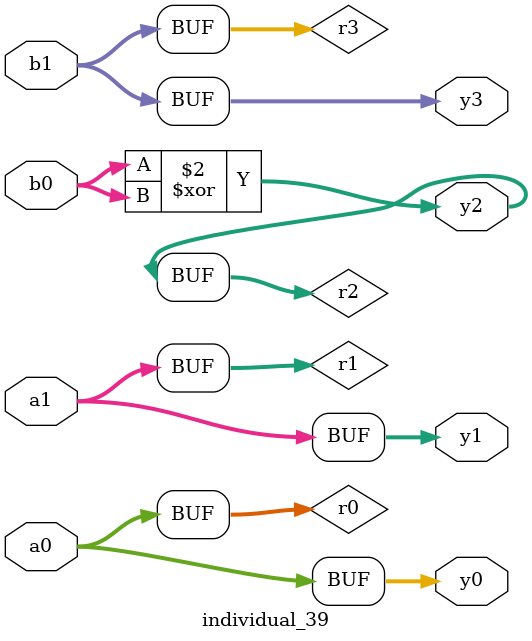
<source format=sv>
module individual_39(input logic [15:0] a1, input logic [15:0] a0, input logic [15:0] b1, input logic [15:0] b0, output logic [15:0] y3, output logic [15:0] y2, output logic [15:0] y1, output logic [15:0] y0);
logic [15:0] r0, r1, r2, r3; 
 always@(*) begin 
	 r0 = a0; r1 = a1; r2 = b0; r3 = b1; 
 	 r2  ^=  b0 ;
 	 y3 = r3; y2 = r2; y1 = r1; y0 = r0; 
end
endmodule
</source>
